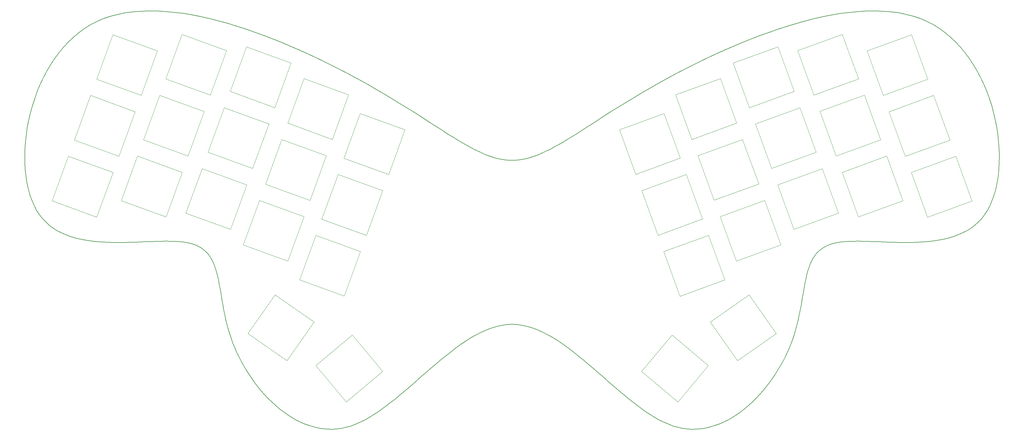
<source format=gm1>
%TF.GenerationSoftware,KiCad,Pcbnew,7.0.1-0*%
%TF.CreationDate,2023-04-15T20:18:31-04:00*%
%TF.ProjectId,plate,706c6174-652e-46b6-9963-61645f706362,rev?*%
%TF.SameCoordinates,Original*%
%TF.FileFunction,Profile,NP*%
%FSLAX46Y46*%
G04 Gerber Fmt 4.6, Leading zero omitted, Abs format (unit mm)*
G04 Created by KiCad (PCBNEW 7.0.1-0) date 2023-04-15 20:18:31*
%MOMM*%
%LPD*%
G01*
G04 APERTURE LIST*
%ADD10C,0.200000*%
%TA.AperFunction,Profile*%
%ADD11C,0.120000*%
%TD*%
G04 APERTURE END LIST*
D10*
X253674009Y-109227386D02*
X251585459Y-110400532D01*
X249565837Y-111559740D01*
X247612921Y-112703481D01*
X245724487Y-113830226D01*
X243898311Y-114938449D01*
X242132169Y-116026619D01*
X240423838Y-117093209D01*
X238771095Y-118136691D01*
X237171716Y-119155537D01*
X235623477Y-120148218D01*
X234124156Y-121113206D01*
X232671527Y-122048973D01*
X231263369Y-122953990D01*
X229897458Y-123826730D01*
X228571569Y-124665664D01*
X227283480Y-125469263D01*
X226030966Y-126236000D01*
X224811806Y-126964346D01*
X223623774Y-127652774D01*
X222464647Y-128299754D01*
X221332202Y-128903759D01*
X220224216Y-129463260D01*
X219138464Y-129976729D01*
X218072724Y-130442638D01*
X217024772Y-130859459D01*
X215992383Y-131225663D01*
X214973336Y-131539722D01*
X213965406Y-131800108D01*
X212966370Y-132005293D01*
X211974004Y-132153748D01*
X210986085Y-132243945D01*
X210000389Y-132274356D01*
X331458649Y-91516060D02*
X329510480Y-90689149D01*
X327482475Y-89999610D01*
X325379503Y-89442611D01*
X323206436Y-89013321D01*
X320968143Y-88706907D01*
X318669494Y-88518540D01*
X316315360Y-88443386D01*
X313910609Y-88476616D01*
X311460113Y-88613397D01*
X308968741Y-88848898D01*
X306441363Y-89178288D01*
X303882850Y-89596735D01*
X301298072Y-90099408D01*
X298691898Y-90681476D01*
X296069198Y-91338107D01*
X293434844Y-92064470D01*
X290793703Y-92855733D01*
X288150648Y-93707066D01*
X285510548Y-94613635D01*
X282878272Y-95570612D01*
X280258692Y-96573163D01*
X277656676Y-97616457D01*
X275077096Y-98695663D01*
X272524820Y-99805951D01*
X270004720Y-100942487D01*
X267521665Y-102100441D01*
X265080526Y-103274982D01*
X262686171Y-104461278D01*
X260343472Y-105654498D01*
X258057299Y-106849810D01*
X255832521Y-108042383D01*
X253674009Y-109227386D01*
X348402249Y-148145486D02*
X349227141Y-146846903D01*
X349963389Y-145435745D01*
X350611117Y-143920230D01*
X351170454Y-142308577D01*
X351641526Y-140609004D01*
X352024458Y-138829729D01*
X352319378Y-136978970D01*
X352526412Y-135064945D01*
X352645688Y-133095873D01*
X352677330Y-131079972D01*
X352621467Y-129025460D01*
X352478225Y-126940555D01*
X352247729Y-124833476D01*
X351930108Y-122712440D01*
X351525486Y-120585667D01*
X351033992Y-118461373D01*
X350455752Y-116347778D01*
X349790891Y-114253100D01*
X349039537Y-112185557D01*
X348201817Y-110153367D01*
X347277856Y-108164748D01*
X346267782Y-106227918D01*
X345171721Y-104351097D01*
X343989800Y-102542501D01*
X342722145Y-100810350D01*
X341368883Y-99162861D01*
X339930140Y-97608253D01*
X338406044Y-96154743D01*
X336796719Y-94810551D01*
X335102294Y-93583894D01*
X333322895Y-92482991D01*
X331458649Y-91516060D01*
X304193499Y-156615866D02*
X305219209Y-156396439D01*
X306321074Y-156230227D01*
X307493774Y-156111618D01*
X308731989Y-156034998D01*
X310030399Y-155994752D01*
X311383684Y-155985267D01*
X312786524Y-156000929D01*
X314233599Y-156036126D01*
X315719590Y-156085242D01*
X317239176Y-156142665D01*
X318787038Y-156202781D01*
X320357855Y-156259976D01*
X321946308Y-156308637D01*
X323547077Y-156343149D01*
X325154842Y-156357900D01*
X326764284Y-156347276D01*
X328370081Y-156305662D01*
X329966914Y-156227445D01*
X331549464Y-156107013D01*
X333112410Y-155938750D01*
X334650433Y-155717043D01*
X336158213Y-155436279D01*
X337630429Y-155090845D01*
X339061763Y-154675125D01*
X340446893Y-154183508D01*
X341780500Y-153610378D01*
X343057265Y-152950123D01*
X344271866Y-152197128D01*
X345418986Y-151345781D01*
X346493302Y-150390467D01*
X347489497Y-149325573D01*
X348402249Y-148145486D01*
X291725259Y-185893276D02*
X292201330Y-184589565D01*
X292630365Y-183294868D01*
X293016511Y-182010792D01*
X293363913Y-180738944D01*
X293676718Y-179480931D01*
X293959070Y-178238359D01*
X294215116Y-177012836D01*
X294449002Y-175805969D01*
X294664873Y-174619365D01*
X294866876Y-173454629D01*
X295059156Y-172313371D01*
X295245860Y-171197195D01*
X295431133Y-170107710D01*
X295619121Y-169046522D01*
X295813970Y-168015238D01*
X296019826Y-167015466D01*
X296240835Y-166048811D01*
X296481142Y-165116881D01*
X296744894Y-164221283D01*
X297036236Y-163363624D01*
X297359314Y-162545511D01*
X297718275Y-161768550D01*
X298117264Y-161034349D01*
X298560427Y-160344514D01*
X299051909Y-159700653D01*
X299595858Y-159104373D01*
X300196418Y-158557279D01*
X300857735Y-158060980D01*
X301583956Y-157617082D01*
X302379226Y-157227193D01*
X303247692Y-156892918D01*
X304193499Y-156615866D01*
X257226229Y-210180746D02*
X258636554Y-210579448D01*
X260039609Y-210864368D01*
X261433977Y-211039415D01*
X262818242Y-211108499D01*
X264190988Y-211075529D01*
X265550797Y-210944413D01*
X266896255Y-210719062D01*
X268225944Y-210403385D01*
X269538447Y-210001290D01*
X270832349Y-209516687D01*
X272106233Y-208953486D01*
X273358684Y-208315596D01*
X274588283Y-207606925D01*
X275793615Y-206831383D01*
X276973264Y-205992880D01*
X278125814Y-205095324D01*
X279249847Y-204142626D01*
X280343947Y-203138693D01*
X281406699Y-202087436D01*
X282436685Y-200992764D01*
X283432489Y-199858585D01*
X284392696Y-198688810D01*
X285315887Y-197487348D01*
X286200649Y-196258107D01*
X287045562Y-195004997D01*
X287849212Y-193731928D01*
X288610182Y-192442808D01*
X289327056Y-191141547D01*
X289998417Y-189832053D01*
X290622848Y-188518238D01*
X291198934Y-187204009D01*
X291725259Y-185893276D01*
X210000309Y-180348336D02*
X211507294Y-180420094D01*
X213014091Y-180629846D01*
X214520518Y-180969345D01*
X216026392Y-181430342D01*
X217531530Y-182004590D01*
X219035751Y-182683841D01*
X220538873Y-183459847D01*
X222040712Y-184324360D01*
X223541086Y-185269133D01*
X225039814Y-186285918D01*
X226536713Y-187366467D01*
X228031600Y-188502533D01*
X229524294Y-189685867D01*
X231014612Y-190908222D01*
X232502372Y-192161351D01*
X233987391Y-193437004D01*
X235469487Y-194726936D01*
X236948479Y-196022897D01*
X238424182Y-197316640D01*
X239896416Y-198599918D01*
X241364998Y-199864482D01*
X242829746Y-201102085D01*
X244290477Y-202304479D01*
X245747009Y-203463417D01*
X247199160Y-204570650D01*
X248646747Y-205617931D01*
X250089589Y-206597011D01*
X251527502Y-207499645D01*
X252960305Y-208317582D01*
X254387815Y-209042577D01*
X255809851Y-209666381D01*
X257226229Y-210180746D01*
X162774529Y-210180486D02*
X164190915Y-209666099D01*
X165612956Y-209042276D01*
X167040471Y-208317265D01*
X168473277Y-207499313D01*
X169911192Y-206596669D01*
X171354033Y-205617579D01*
X172801619Y-204570292D01*
X174253767Y-203463055D01*
X175710295Y-202304116D01*
X177171021Y-201101722D01*
X178635763Y-199864121D01*
X180104338Y-198599561D01*
X181576564Y-197316290D01*
X183052260Y-196022555D01*
X184531242Y-194726603D01*
X186013330Y-193436683D01*
X187498340Y-192161042D01*
X188986090Y-190907928D01*
X190476398Y-189685588D01*
X191969083Y-188502270D01*
X193463961Y-187366223D01*
X194960851Y-186285692D01*
X196459570Y-185268927D01*
X197959937Y-184324175D01*
X199461769Y-183459683D01*
X200964883Y-182683699D01*
X202469099Y-182004471D01*
X203974232Y-181430246D01*
X205480102Y-180969273D01*
X206986527Y-180629798D01*
X208493323Y-180420070D01*
X210000309Y-180348336D01*
X128275149Y-185893176D02*
X128801491Y-187203913D01*
X129377594Y-188518147D01*
X130002043Y-189831967D01*
X130673419Y-191141464D01*
X131390308Y-192442729D01*
X132151293Y-193731852D01*
X132954957Y-195004924D01*
X133799884Y-196258037D01*
X134684657Y-197487280D01*
X135607861Y-198688744D01*
X136568079Y-199858520D01*
X137563895Y-200992698D01*
X138593891Y-202087370D01*
X139656653Y-203138626D01*
X140750763Y-204142557D01*
X141874806Y-205095253D01*
X143027364Y-205992805D01*
X144207022Y-206831304D01*
X145412364Y-207606840D01*
X146641972Y-208315505D01*
X147894430Y-208953388D01*
X149168323Y-209516581D01*
X150462233Y-210001174D01*
X151774745Y-210403258D01*
X153104442Y-210718924D01*
X154449907Y-210944261D01*
X155809725Y-211075362D01*
X157182479Y-211108317D01*
X158566753Y-211039216D01*
X159961130Y-210864150D01*
X161364194Y-210579209D01*
X162774529Y-210180486D01*
X115806689Y-156616136D02*
X116752483Y-156893180D01*
X117620938Y-157227445D01*
X118416199Y-157617323D01*
X119142413Y-158061209D01*
X119803725Y-158557495D01*
X120404281Y-159104574D01*
X120948226Y-159700839D01*
X121439708Y-160344684D01*
X121882870Y-161034502D01*
X122281861Y-161768687D01*
X122640824Y-162545630D01*
X122963907Y-163363726D01*
X123255254Y-164221367D01*
X123519012Y-165116948D01*
X123759326Y-166048860D01*
X123980344Y-167015498D01*
X124186209Y-168015254D01*
X124381068Y-169046522D01*
X124569067Y-170107694D01*
X124754352Y-171197165D01*
X124941069Y-172313326D01*
X125133363Y-173454573D01*
X125335380Y-174619296D01*
X125551267Y-175805891D01*
X125785168Y-177012749D01*
X126041231Y-178238264D01*
X126323600Y-179480830D01*
X126636421Y-180738839D01*
X126983841Y-182010685D01*
X127370005Y-183294761D01*
X127799059Y-184589460D01*
X128275149Y-185893176D01*
X71597296Y-148147166D02*
X72510010Y-149327172D01*
X73506175Y-150391987D01*
X74580472Y-151347225D01*
X75727580Y-152198498D01*
X76942178Y-152951422D01*
X78218946Y-153611608D01*
X79552563Y-154184671D01*
X80937709Y-154676225D01*
X82369064Y-155091883D01*
X83841306Y-155437259D01*
X85349116Y-155717966D01*
X86887174Y-155939618D01*
X88450157Y-156107829D01*
X90032747Y-156228212D01*
X91629623Y-156306382D01*
X93235464Y-156347951D01*
X94844949Y-156358533D01*
X96452759Y-156343742D01*
X98053572Y-156309192D01*
X99642070Y-156260496D01*
X101212929Y-156203267D01*
X102760832Y-156143121D01*
X104280456Y-156085669D01*
X105766482Y-156036526D01*
X107213589Y-156001306D01*
X108616457Y-155985621D01*
X109969764Y-155995087D01*
X111268192Y-156035315D01*
X112506418Y-156111921D01*
X113679123Y-156230517D01*
X114780987Y-156396717D01*
X115806689Y-156616136D01*
X88541792Y-91515875D02*
X86677522Y-92482812D01*
X84898101Y-93583737D01*
X83203653Y-94810429D01*
X81594307Y-96154669D01*
X80070188Y-97608238D01*
X78631423Y-99162916D01*
X77278139Y-100810484D01*
X76010462Y-102542722D01*
X74828518Y-104351412D01*
X73732434Y-106228333D01*
X72722337Y-108165267D01*
X71798353Y-110153993D01*
X70960609Y-112186293D01*
X70209231Y-114253947D01*
X69544346Y-116348736D01*
X68966080Y-118462440D01*
X68474560Y-120586840D01*
X68069912Y-122713717D01*
X67752263Y-124834851D01*
X67521740Y-126942023D01*
X67378468Y-129027012D01*
X67322575Y-131081601D01*
X67354187Y-133097570D01*
X67473430Y-135066698D01*
X67680431Y-136980768D01*
X67975317Y-138831558D01*
X68358214Y-140610851D01*
X68829249Y-142310426D01*
X69388548Y-143922065D01*
X70036238Y-145437547D01*
X70772445Y-146848654D01*
X71597296Y-148147166D01*
X166326929Y-109227336D02*
X164168415Y-108042323D01*
X161943635Y-106849741D01*
X159657458Y-105654421D01*
X157314755Y-104461193D01*
X154920394Y-103274890D01*
X152479247Y-102100342D01*
X149996184Y-100942381D01*
X147476074Y-99805838D01*
X144923788Y-98695545D01*
X142344195Y-97616333D01*
X139742167Y-96573033D01*
X137122573Y-95570478D01*
X134490282Y-94613497D01*
X131850166Y-93706923D01*
X129207095Y-92855587D01*
X126565938Y-92064320D01*
X123931565Y-91337954D01*
X121308847Y-90681320D01*
X118702654Y-90099249D01*
X116117856Y-89596574D01*
X113559322Y-89178124D01*
X111031924Y-88848732D01*
X108540531Y-88613228D01*
X106090013Y-88476445D01*
X103685240Y-88443214D01*
X101331083Y-88518365D01*
X99032412Y-88706731D01*
X96794096Y-89013143D01*
X94621006Y-89442432D01*
X92518012Y-89999429D01*
X90489984Y-90688966D01*
X88541792Y-91515875D01*
X210000389Y-132274356D02*
X209014693Y-132243960D01*
X208026775Y-132153776D01*
X207034411Y-132005334D01*
X206035378Y-131800160D01*
X205027451Y-131539783D01*
X204008408Y-131225732D01*
X202976025Y-130859534D01*
X201928078Y-130442719D01*
X200862344Y-129976814D01*
X199776598Y-129463348D01*
X198668619Y-128903849D01*
X197536181Y-128299845D01*
X196377061Y-127652864D01*
X195189037Y-126964435D01*
X193969883Y-126236087D01*
X192717377Y-125469347D01*
X191429295Y-124665743D01*
X190103414Y-123826805D01*
X188737510Y-122954060D01*
X187329359Y-122049036D01*
X185876738Y-121113263D01*
X184377423Y-120148267D01*
X182829190Y-119155578D01*
X181229817Y-118136724D01*
X179577079Y-117093233D01*
X177868753Y-116026633D01*
X176102616Y-114938452D01*
X174276443Y-113830220D01*
X172388012Y-112703464D01*
X170435098Y-111559712D01*
X168415478Y-110400493D01*
X166326929Y-109227336D01*
D11*
X163176635Y-183488617D02*
X172111383Y-194136635D01*
X152528617Y-192423365D02*
X163176635Y-183488617D01*
X172111383Y-194136635D02*
X161463365Y-203071383D01*
X161463365Y-203071383D02*
X152528617Y-192423365D01*
X140623250Y-171670537D02*
X152009463Y-179643250D01*
X132650537Y-183056750D02*
X140623250Y-171670537D01*
X152009463Y-179643250D02*
X144036750Y-191029463D01*
X144036750Y-191029463D02*
X132650537Y-183056750D01*
X247888617Y-194136635D02*
X256823365Y-183488617D01*
X258536635Y-203071383D02*
X247888617Y-194136635D01*
X256823365Y-183488617D02*
X267471383Y-192423365D01*
X267471383Y-192423365D02*
X258536635Y-203071383D01*
X268000537Y-179643250D02*
X279386750Y-171670537D01*
X275973250Y-191029463D02*
X268000537Y-179643250D01*
X279386750Y-171670537D02*
X287359463Y-183056750D01*
X287359463Y-183056750D02*
X275973250Y-191029463D01*
X270892096Y-148756176D02*
X283953824Y-144002096D01*
X275646176Y-161817904D02*
X270892096Y-148756176D01*
X283953824Y-144002096D02*
X288707904Y-157063824D01*
X288707904Y-157063824D02*
X275646176Y-161817904D01*
X257892096Y-113046176D02*
X270953824Y-108292096D01*
X262646176Y-126107904D02*
X257892096Y-113046176D01*
X270953824Y-108292096D02*
X275707904Y-121353824D01*
X275707904Y-121353824D02*
X262646176Y-126107904D01*
X313872096Y-100136176D02*
X326933824Y-95382096D01*
X318626176Y-113197904D02*
X313872096Y-100136176D01*
X326933824Y-95382096D02*
X331687904Y-108443824D01*
X331687904Y-108443824D02*
X318626176Y-113197904D01*
X241422096Y-123286176D02*
X254483824Y-118532096D01*
X246176176Y-136347904D02*
X241422096Y-123286176D01*
X254483824Y-118532096D02*
X259237904Y-131593824D01*
X259237904Y-131593824D02*
X246176176Y-136347904D01*
X293602096Y-100046176D02*
X306663824Y-95292096D01*
X298356176Y-113107904D02*
X293602096Y-100046176D01*
X306663824Y-95292096D02*
X311417904Y-108353824D01*
X311417904Y-108353824D02*
X298356176Y-113107904D01*
X300102096Y-117886176D02*
X313163824Y-113132096D01*
X304856176Y-130947904D02*
X300102096Y-117886176D01*
X313163824Y-113132096D02*
X317917904Y-126193824D01*
X317917904Y-126193824D02*
X304856176Y-130947904D01*
X247922096Y-141156176D02*
X260983824Y-136402096D01*
X252676176Y-154217904D02*
X247922096Y-141156176D01*
X260983824Y-136402096D02*
X265737904Y-149463824D01*
X265737904Y-149463824D02*
X252676176Y-154217904D01*
X264392096Y-130896176D02*
X277453824Y-126142096D01*
X269146176Y-143957904D02*
X264392096Y-130896176D01*
X277453824Y-126142096D02*
X282207904Y-139203824D01*
X282207904Y-139203824D02*
X269146176Y-143957904D01*
X320362096Y-117976176D02*
X333423824Y-113222096D01*
X325116176Y-131037904D02*
X320362096Y-117976176D01*
X333423824Y-113222096D02*
X338177904Y-126283824D01*
X338177904Y-126283824D02*
X325116176Y-131037904D01*
X287722096Y-139436176D02*
X300783824Y-134682096D01*
X292476176Y-152497904D02*
X287722096Y-139436176D01*
X300783824Y-134682096D02*
X305537904Y-147743824D01*
X305537904Y-147743824D02*
X292476176Y-152497904D01*
X326852096Y-135836176D02*
X339913824Y-131082096D01*
X331606176Y-148897904D02*
X326852096Y-135836176D01*
X339913824Y-131082096D02*
X344667904Y-144143824D01*
X344667904Y-144143824D02*
X331606176Y-148897904D01*
X306602096Y-135756176D02*
X319663824Y-131002096D01*
X311356176Y-148817904D02*
X306602096Y-135756176D01*
X319663824Y-131002096D02*
X324417904Y-144063824D01*
X324417904Y-144063824D02*
X311356176Y-148817904D01*
X254422096Y-159016176D02*
X267483824Y-154262096D01*
X259176176Y-172077904D02*
X254422096Y-159016176D01*
X267483824Y-154262096D02*
X272237904Y-167323824D01*
X272237904Y-167323824D02*
X259176176Y-172077904D01*
X274742096Y-103726176D02*
X287803824Y-98972096D01*
X279496176Y-116787904D02*
X274742096Y-103726176D01*
X287803824Y-98972096D02*
X292557904Y-112033824D01*
X292557904Y-112033824D02*
X279496176Y-116787904D01*
X149046176Y-108292096D02*
X162107904Y-113046176D01*
X144292096Y-121353824D02*
X149046176Y-108292096D01*
X162107904Y-113046176D02*
X157353824Y-126107904D01*
X157353824Y-126107904D02*
X144292096Y-121353824D01*
X165526176Y-118542096D02*
X178587904Y-123296176D01*
X160772096Y-131603824D02*
X165526176Y-118542096D01*
X178587904Y-123296176D02*
X173833824Y-136357904D01*
X173833824Y-136357904D02*
X160772096Y-131603824D01*
X93086176Y-95372096D02*
X106147904Y-100126176D01*
X88332096Y-108433824D02*
X93086176Y-95372096D01*
X106147904Y-100126176D02*
X101393824Y-113187904D01*
X101393824Y-113187904D02*
X88332096Y-108433824D01*
X132206176Y-98972096D02*
X145267904Y-103726176D01*
X127452096Y-112033824D02*
X132206176Y-98972096D01*
X145267904Y-103726176D02*
X140513824Y-116787904D01*
X140513824Y-116787904D02*
X127452096Y-112033824D01*
X113336176Y-95282096D02*
X126397904Y-100036176D01*
X108582096Y-108343824D02*
X113336176Y-95282096D01*
X126397904Y-100036176D02*
X121643824Y-113097904D01*
X121643824Y-113097904D02*
X108582096Y-108343824D01*
X159016176Y-136412096D02*
X172077904Y-141166176D01*
X154262096Y-149473824D02*
X159016176Y-136412096D01*
X172077904Y-141166176D02*
X167323824Y-154227904D01*
X167323824Y-154227904D02*
X154262096Y-149473824D01*
X125726176Y-116822096D02*
X138787904Y-121576176D01*
X120972096Y-129883824D02*
X125726176Y-116822096D01*
X138787904Y-121576176D02*
X134033824Y-134637904D01*
X134033824Y-134637904D02*
X120972096Y-129883824D01*
X142526176Y-126162096D02*
X155587904Y-130916176D01*
X137772096Y-139223824D02*
X142526176Y-126162096D01*
X155587904Y-130916176D02*
X150833824Y-143977904D01*
X150833824Y-143977904D02*
X137772096Y-139223824D01*
X106836176Y-113152096D02*
X119897904Y-117906176D01*
X102082096Y-126213824D02*
X106836176Y-113152096D01*
X119897904Y-117906176D02*
X115143824Y-130967904D01*
X115143824Y-130967904D02*
X102082096Y-126213824D01*
X86586176Y-113222096D02*
X99647904Y-117976176D01*
X81832096Y-126283824D02*
X86586176Y-113222096D01*
X99647904Y-117976176D02*
X94893824Y-131037904D01*
X94893824Y-131037904D02*
X81832096Y-126283824D01*
X80096176Y-131072096D02*
X93157904Y-135826176D01*
X75342096Y-144133824D02*
X80096176Y-131072096D01*
X93157904Y-135826176D02*
X88403824Y-148887904D01*
X88403824Y-148887904D02*
X75342096Y-144133824D01*
X100336176Y-131002096D02*
X113397904Y-135756176D01*
X95582096Y-144063824D02*
X100336176Y-131002096D01*
X113397904Y-135756176D02*
X108643824Y-148817904D01*
X108643824Y-148817904D02*
X95582096Y-144063824D01*
X119226176Y-134682096D02*
X132287904Y-139436176D01*
X114472096Y-147743824D02*
X119226176Y-134682096D01*
X132287904Y-139436176D02*
X127533824Y-152497904D01*
X127533824Y-152497904D02*
X114472096Y-147743824D01*
X152526176Y-154252096D02*
X165587904Y-159006176D01*
X147772096Y-167313824D02*
X152526176Y-154252096D01*
X165587904Y-159006176D02*
X160833824Y-172067904D01*
X160833824Y-172067904D02*
X147772096Y-167313824D01*
X299037904Y-129883824D02*
X285976176Y-134637904D01*
X294283824Y-116822096D02*
X299037904Y-129883824D01*
X285976176Y-134637904D02*
X281222096Y-121576176D01*
X281222096Y-121576176D02*
X294283824Y-116822096D01*
X136036176Y-143992096D02*
X149097904Y-148746176D01*
X131282096Y-157053824D02*
X136036176Y-143992096D01*
X149097904Y-148746176D02*
X144343824Y-161807904D01*
X144343824Y-161807904D02*
X131282096Y-157053824D01*
M02*

</source>
